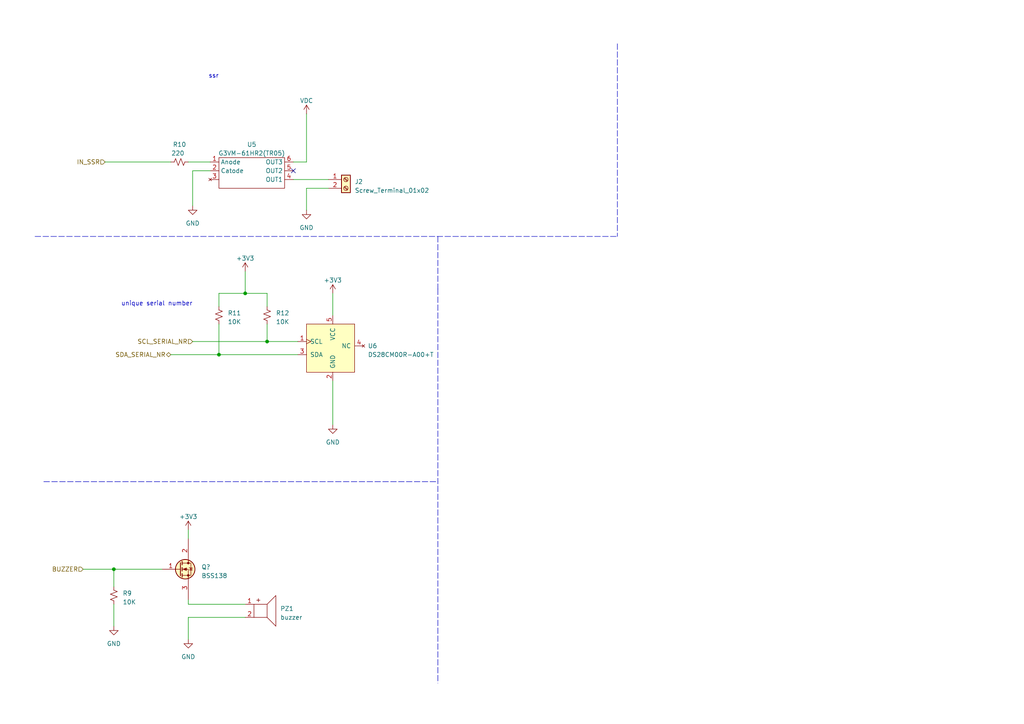
<source format=kicad_sch>
(kicad_sch (version 20210406) (generator eeschema)
  (paper "A4")
  (lib_symbols
    (symbol "Connector:Screw_Terminal_01x02" (pin_names (offset 1.016) hide)
      (property "Reference" "J" (at 0 2.54 0))
      (property "Value" "Screw_Terminal_01x02" (at 0 -5.08 0))
      (symbol "Screw_Terminal_01x02_1_1"
        (circle (center 0 -2.54) (radius 0.635) (stroke (width 0.1524)))
        (circle (center 0 0) (radius 0.635) (stroke (width 0.1524)))
        (rectangle (start -1.27 1.27) (end 1.27 -3.81) (stroke (width 0.254)) (fill (type background)))
        (polyline (pts (xy -0.5334 -2.2098) (xy 0.3302 -3.048)) (stroke (width 0.1524)))
        (polyline (pts (xy -0.5334 0.3302) (xy 0.3302 -0.508)) (stroke (width 0.1524)))
        (polyline (pts (xy -0.3556 -2.032) (xy 0.508 -2.8702)) (stroke (width 0.1524)))
        (polyline (pts (xy -0.3556 0.508) (xy 0.508 -0.3302)) (stroke (width 0.1524)))
        (pin passive line (at -5.08 0 0) (length 3.81) (name "Pin_1") (number "1"))
        (pin passive line (at -5.08 -2.54 0) (length 3.81) (name "Pin_2") (number "2"))
      )
    )
    (symbol "Device:R_Small_US" (pin_numbers hide) (pin_names (offset 0.254) hide)
      (property "Reference" "R" (at 0.762 0.508 0))
      (property "Value" "R_Small_US" (at 0.762 -1.016 0))
      (symbol "R_Small_US_1_1"
        (polyline (pts (xy 0 0) (xy 1.016 -0.381) (xy 0 -0.762) (xy -1.016 -1.143) (xy 0 -1.524)))
        (polyline (pts (xy 0 1.524) (xy 1.016 1.143) (xy 0 0.762) (xy -1.016 0.381) (xy 0 0)))
        (pin passive line (at 0 2.54 270) (length 1.016) (name "~") (number "1"))
        (pin passive line (at 0 -2.54 90) (length 1.016) (name "~") (number "2"))
      )
    )
    (symbol "Halfgelijders:BSS138"
      (property "Reference" "Q" (at 4.445 0 0))
      (property "Value" "BSS138" (at -4.445 3.175 0))
      (symbol "BSS138_1_1"
        (circle (center 1.27 -1.778) (radius 0.2794) (fill (type outline)))
        (circle (center 1.27 1.778) (radius 0.2794) (fill (type outline)))
        (circle (center 0.381 0) (radius 2.8194) (stroke (width 0.254)) (fill (type background)))
        (polyline (pts (xy -1.2192 0) (xy -1.016 0)))
        (polyline (pts (xy -0.508 -1.778) (xy 1.27 -1.778)))
        (polyline (pts (xy -0.508 -1.27) (xy -0.508 -2.286)) (stroke (width 0.254)))
        (polyline (pts (xy -0.508 0) (xy 1.27 0)))
        (polyline (pts (xy -0.508 0.508) (xy -0.508 -0.508)) (stroke (width 0.254)))
        (polyline (pts (xy -0.508 1.778) (xy 1.27 1.778)))
        (polyline (pts (xy -0.508 2.286) (xy -0.508 1.27)) (stroke (width 0.254)))
        (polyline (pts (xy 1.27 -1.778) (xy 1.27 -2.54)))
        (polyline (pts (xy 1.27 -1.778) (xy 1.27 0)))
        (polyline (pts (xy 1.27 2.54) (xy 1.27 1.778)))
        (polyline (pts (xy -1.016 1.905) (xy -1.016 -1.905) (xy -1.016 -1.905)) (stroke (width 0.254)))
        (polyline (pts (xy 1.27 -1.778) (xy 2.032 -1.778) (xy 2.032 1.778) (xy 1.27 1.778)))
        (polyline (pts (xy 1.524 0.508) (xy 1.651 0.381) (xy 2.413 0.381) (xy 2.54 0.254)))
        (polyline (pts (xy 2.032 0.381) (xy 1.651 -0.254) (xy 2.413 -0.254) (xy 2.032 0.381)))
        (polyline (pts (xy -0.254 0) (xy 0.762 0.381) (xy 0.762 -0.381) (xy -0.254 0)) (fill (type outline)))
        (pin input line (at -6.35 0 0) (length 5.08) (name "~") (number "1"))
        (pin unspecified line (at 1.27 8.89 270) (length 7.01) (name "~") (number "2"))
        (pin passive line (at 1.27 -8.89 90) (length 7.0104) (name "~") (number "3"))
      )
    )
    (symbol "Halfgelijders:DS28CM00R-A00+T" (pin_names (offset 1.016))
      (property "Reference" "U" (at 0 1.27 0))
      (property "Value" "DS28CM00R-A00+T" (at -17.78 6.35 0))
      (symbol "DS28CM00R-A00+T_0_1"
        (rectangle (start -7.62 7.62) (end 6.35 -6.35) (fill (type background)))
      )
      (symbol "DS28CM00R-A00+T_1_1"
        (pin input clock (at -10.16 2.54 0) (length 2.54) (name "SCL") (number "1"))
        (pin power_out line (at 0 -8.89 90) (length 2.54) (name "GND") (number "2"))
        (pin bidirectional line (at -10.16 -1.27 0) (length 2.54) (name "SDA") (number "3"))
        (pin no_connect line (at 8.89 1.27 180) (length 2.54) (name "NC") (number "4"))
        (pin power_in line (at 0 10.16 270) (length 2.54) (name "VCC") (number "5"))
      )
    )
    (symbol "Halfgelijders:G3VM-61HR2(TR05)"
      (property "Reference" "U" (at 1.27 -5.08 0))
      (property "Value" "G3VM-61HR2(TR05)" (at 8.89 -10.16 0))
      (symbol "G3VM-61HR2(TR05)_0_1"
        (rectangle (start 0 1.27) (end 19.05 -7.62) (stroke (width 0.1524)))
      )
      (symbol "G3VM-61HR2(TR05)_1_1"
        (pin input line (at -2.54 0 0) (length 2.54) (name "Anode") (number "1"))
        (pin output line (at -2.54 -2.54 0) (length 2.54) (name "Catode") (number "2"))
        (pin no_connect line (at -2.54 -5.08 0) (length 2.54) (name "") (number "3"))
        (pin output line (at 21.59 -5.08 180) (length 2.54) (name "OUT1") (number "4"))
        (pin output line (at 21.59 -2.54 180) (length 2.54) (name "OUT2") (number "5"))
        (pin output line (at 21.59 0 180) (length 2.54) (name "OUT3") (number "6"))
      )
    )
    (symbol "power:+3V3" (power) (pin_names (offset 0))
      (property "Value" "+3V3" (at 0 3.556 0))
      (symbol "+3V3_0_1"
        (polyline (pts (xy -0.762 1.27) (xy 0 2.54)))
        (polyline (pts (xy 0 0) (xy 0 2.54)))
        (polyline (pts (xy 0 2.54) (xy 0.762 1.27)))
      )
      (symbol "+3V3_1_1"
        (pin power_in line (at 0 0 90) (length 0) hide (name "+3V3") (number "1"))
      )
    )
    (symbol "power:GND" (power) (pin_names (offset 0))
      (property "Value" "GND" (at 0 -3.81 0))
      (symbol "GND_0_1"
        (polyline (pts (xy 0 0) (xy 0 -1.27) (xy 1.27 -1.27) (xy 0 -2.54) (xy -1.27 -1.27) (xy 0 -1.27)))
      )
      (symbol "GND_1_1"
        (pin power_in line (at 0 0 270) (length 0) hide (name "GND") (number "1"))
      )
    )
    (symbol "power:VDC" (power) (pin_names (offset 0))
      (property "Value" "VDC" (at 0 6.35 0))
      (symbol "VDC_0_1"
        (polyline (pts (xy -0.762 1.27) (xy 0 2.54)))
        (polyline (pts (xy 0 0) (xy 0 2.54)))
        (polyline (pts (xy 0 2.54) (xy 0.762 1.27)))
      )
      (symbol "VDC_1_1"
        (pin power_in line (at 0 0 90) (length 0) hide (name "VDC") (number "1"))
      )
    )
    (symbol "vanalles:buzzer" (pin_names (offset 1.016))
      (property "Reference" "PZ" (at 5.08 7.62 0))
      (property "Value" "buzzer" (at 0 7.62 0))
      (symbol "buzzer_0_0"
        (text "+" (at 1.27 1.27 0) (effects (font (size 1.27 1.27))))
        (polyline (pts (xy 3.81 -3.81) (xy 6.35 -6.35)))
        (polyline (pts (xy 6.35 -5.08) (xy 6.35 -6.35)))
        (polyline (pts (xy 3.81 0) (xy 6.35 2.54) (xy 6.35 -5.08)))
      )
      (symbol "buzzer_0_1"
        (rectangle (start 0 0) (end 3.81 -3.81))
      )
      (symbol "buzzer_1_1"
        (pin unspecified line (at -2.54 0 0) (length 2.54) (name "~") (number "1"))
        (pin unspecified line (at -2.54 -3.81 0) (length 2.54) (name "~") (number "2"))
      )
    )
  )
  (junction (at 33.02 165.1) (diameter 0.9144))
  (junction (at 63.5 102.87) (diameter 0.9144))
  (junction (at 71.12 85.09) (diameter 0.9144))
  (junction (at 77.47 99.06) (diameter 0.9144))
  (no_connect (at 85.09 49.53))
  (wire (pts (xy 24.13 165.1) (xy 33.02 165.1)))
  (wire (pts (xy 30.48 46.99) (xy 49.53 46.99)))
  (wire (pts (xy 33.02 165.1) (xy 46.99 165.1)))
  (wire (pts (xy 33.02 170.18) (xy 33.02 165.1)))
  (wire (pts (xy 33.02 175.26) (xy 33.02 181.61)))
  (wire (pts (xy 49.53 102.87) (xy 63.5 102.87)))
  (wire (pts (xy 54.61 46.99) (xy 60.96 46.99)))
  (wire (pts (xy 54.61 153.67) (xy 54.61 156.21)))
  (wire (pts (xy 54.61 173.99) (xy 54.61 175.26)))
  (wire (pts (xy 54.61 175.26) (xy 71.12 175.26)))
  (wire (pts (xy 54.61 179.07) (xy 54.61 185.42)))
  (wire (pts (xy 55.88 49.53) (xy 55.88 59.69)))
  (wire (pts (xy 55.88 49.53) (xy 60.96 49.53)))
  (wire (pts (xy 55.88 99.06) (xy 77.47 99.06)))
  (wire (pts (xy 63.5 85.09) (xy 71.12 85.09)))
  (wire (pts (xy 63.5 88.9) (xy 63.5 85.09)))
  (wire (pts (xy 63.5 93.98) (xy 63.5 102.87)))
  (wire (pts (xy 63.5 102.87) (xy 86.36 102.87)))
  (wire (pts (xy 71.12 78.74) (xy 71.12 85.09)))
  (wire (pts (xy 71.12 85.09) (xy 77.47 85.09)))
  (wire (pts (xy 71.12 179.07) (xy 54.61 179.07)))
  (wire (pts (xy 77.47 85.09) (xy 77.47 88.9)))
  (wire (pts (xy 77.47 93.98) (xy 77.47 99.06)))
  (wire (pts (xy 77.47 99.06) (xy 86.36 99.06)))
  (wire (pts (xy 85.09 46.99) (xy 88.9 46.99)))
  (wire (pts (xy 85.09 52.07) (xy 95.25 52.07)))
  (wire (pts (xy 88.9 33.02) (xy 88.9 46.99)))
  (wire (pts (xy 88.9 54.61) (xy 88.9 60.96)))
  (wire (pts (xy 95.25 54.61) (xy 88.9 54.61)))
  (wire (pts (xy 96.52 85.09) (xy 96.52 91.44)))
  (wire (pts (xy 96.52 110.49) (xy 96.52 123.19)))
  (polyline (pts (xy 10.16 68.58) (xy 179.07 68.58)) (stroke (width 0) (type dash)))
  (polyline (pts (xy 12.7 139.7) (xy 127 139.7)) (stroke (width 0) (type dash)))
  (polyline (pts (xy 127 68.58) (xy 127 83.82)) (stroke (width 0) (type dash)))
  (polyline (pts (xy 127 83.82) (xy 127 198.12)) (stroke (width 0) (type dash)))
  (polyline (pts (xy 179.07 12.7) (xy 179.07 68.58)) (stroke (width 0) (type dash)))
  (text "unique serial number\n" (at 55.88 88.9 180) (effects (font (size 1.27 1.27)) (justify right bottom)))
  (text "ssr\n" (at 63.5 22.86 180) (effects (font (size 1.27 1.27)) (justify right bottom)))
  (hierarchical_label "BUZZER" (shape input) (at 24.13 165.1 180))
  (hierarchical_label "IN_SSR" (shape input) (at 30.48 46.99 180))
  (hierarchical_label "SDA_SERIAL_NR" (shape bidirectional) (at 49.53 102.87 180))
  (hierarchical_label "SCL_SERIAL_NR" (shape input) (at 55.88 99.06 180))
  (symbol (lib_id "power:+3V3") (at 54.61 153.67 0) (unit 1)
    (property "Reference" "#PWR0132" (effects hide))
    (property "Value" "+3V3" (at 54.61 149.86 0))
  )
  (symbol (lib_id "power:+3V3") (at 71.12 78.74 0) (unit 1)
    (property "Reference" "#PWR0136" (effects hide))
    (property "Value" "+3V3" (at 71.12 74.93 0))
  )
  (symbol (lib_id "power:VDC") (at 88.9 33.02 0) (unit 1)
    (property "Reference" "#PWR0140" (effects hide))
    (property "Value" "VDC" (at 88.9 29.21 0))
  )
  (symbol (lib_id "power:+3V3") (at 96.52 85.09 0) (unit 1)
    (property "Reference" "#PWR0135" (effects hide))
    (property "Value" "+3V3" (at 96.52 81.28 0))
  )
  (symbol (lib_id "power:GND") (at 33.02 181.61 0) (unit 1)
    (property "Reference" "#PWR0137" (effects hide))
    (property "Value" "GND" (at 33.02 186.69 0))
  )
  (symbol (lib_id "power:GND") (at 54.61 185.42 0) (unit 1)
    (property "Reference" "#PWR0133" (effects hide))
    (property "Value" "GND" (at 54.61 190.5 0))
  )
  (symbol (lib_id "power:GND") (at 55.88 59.69 0) (unit 1)
    (property "Reference" "#PWR0138" (effects hide))
    (property "Value" "GND" (at 55.88 64.77 0))
  )
  (symbol (lib_id "power:GND") (at 88.9 60.96 0) (unit 1)
    (property "Reference" "#PWR0139" (effects hide))
    (property "Value" "GND" (at 88.9 66.04 0))
  )
  (symbol (lib_id "power:GND") (at 96.52 123.19 0) (unit 1)
    (property "Reference" "#PWR0134" (effects hide))
    (property "Value" "GND" (at 96.52 128.27 0))
  )
  (symbol (lib_id "Device:R_Small_US") (at 33.02 172.72 0) (unit 1)
    (property "Reference" "R9" (at 35.56 172.0849 0) (effects (justify left)))
    (property "Value" "10K" (at 35.56 174.6249 0) (effects (justify left)))
    (property "Footprint" "vanalles:0603" (effects hide))
  )
  (symbol (lib_id "Device:R_Small_US") (at 52.07 46.99 90) (unit 1)
    (property "Reference" "R10" (at 52.07 41.91 90))
    (property "Value" "220 " (at 52.07 44.45 90))
    (property "Footprint" "vanalles:0603" (effects hide))
  )
  (symbol (lib_id "Device:R_Small_US") (at 63.5 91.44 0) (unit 1)
    (property "Reference" "R11" (at 66.04 90.8049 0) (effects (justify left)))
    (property "Value" "10K" (at 66.04 93.3449 0) (effects (justify left)))
    (property "Footprint" "vanalles:0603" (effects hide))
  )
  (symbol (lib_id "Device:R_Small_US") (at 77.47 91.44 0) (unit 1)
    (property "Reference" "R12" (at 80.01 90.8049 0) (effects (justify left)))
    (property "Value" "10K" (at 80.01 93.3449 0) (effects (justify left)))
    (property "Footprint" "vanalles:0603" (effects hide))
  )
  (symbol (lib_id "Connector:Screw_Terminal_01x02") (at 100.33 52.07 0) (unit 1)
    (property "Reference" "J2" (at 102.87 52.7049 0) (effects (justify left)))
    (property "Value" "Screw_Terminal_01x02" (at 102.87 55.2449 0) (effects (justify left)))
    (property "Footprint" "connectors_user:2pin_screw" (effects hide))
  )
  (symbol (lib_id "vanalles:buzzer") (at 73.66 175.26 0) (unit 1)
    (property "Reference" "PZ1" (at 81.28 176.5299 0) (effects (justify left)))
    (property "Value" "buzzer" (at 81.28 179.0699 0) (effects (justify left)))
    (property "Footprint" "vanalles:PROSIGNAL_ABI-017-RC" (effects hide))
  )
  (symbol (lib_id "Halfgelijders:BSS138") (at 53.34 165.1 0) (unit 1)
    (property "Reference" "Q?" (at 58.42 164.4649 0) (effects (justify left)))
    (property "Value" "BSS138" (at 58.42 167.0049 0) (effects (justify left)))
  )
  (symbol (lib_id "Halfgelijders:G3VM-61HR2(TR05)") (at 63.5 46.99 0) (unit 1)
    (property "Reference" "U5" (at 73.025 41.91 0))
    (property "Value" "G3VM-61HR2(TR05)" (at 73.025 44.45 0))
    (property "Footprint" "halfgeleiders:sop4 P=2.54" (effects hide))
  )
  (symbol (lib_id "Halfgelijders:DS28CM00R-A00+T") (at 96.52 101.6 0) (unit 1)
    (property "Reference" "U6" (at 106.68 100.3299 0) (effects (justify left)))
    (property "Value" "DS28CM00R-A00+T" (at 106.68 102.8699 0) (effects (justify left)))
    (property "Footprint" "halfgeleiders:SOT-25" (effects hide))
  )
)
</source>
